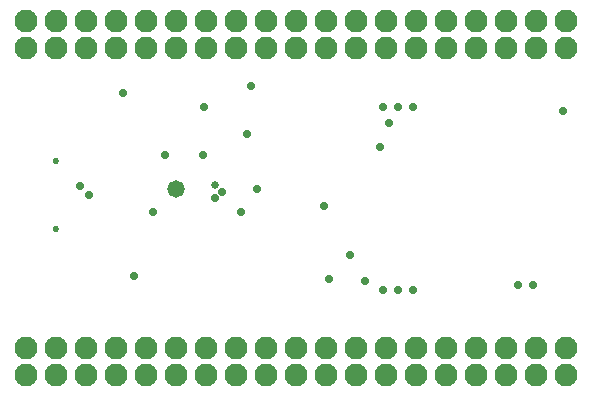
<source format=gbs>
%FSTAX23Y23*%
%MOIN*%
%SFA1B1*%

%IPPOS*%
%ADD54C,0.020800*%
%ADD55C,0.076900*%
%ADD56C,0.025680*%
%ADD57C,0.027690*%
%ADD58C,0.058000*%
%LNesp32-hwe-1*%
%LPD*%
G54D54*
X002Y00496D03*
Y00724D03*
G54D55*
X001Y001D03*
X002D03*
X003D03*
X004D03*
X005D03*
X006D03*
X007D03*
X008D03*
X009D03*
X01D03*
X011D03*
X012D03*
X013D03*
X014D03*
X015D03*
X016D03*
X017D03*
X018D03*
X019D03*
X001Y0001D03*
X002D03*
X003D03*
X004D03*
X005D03*
X006D03*
X007D03*
X008D03*
X009D03*
X01D03*
X011D03*
X012D03*
X013D03*
X014D03*
X015D03*
X016D03*
X017D03*
X018D03*
X019D03*
X001Y0119D03*
X002D03*
X003D03*
X004D03*
X005D03*
X006D03*
X007D03*
X008D03*
X009D03*
X01D03*
X011D03*
X012D03*
X013D03*
X014D03*
X015D03*
X016D03*
X017D03*
X018D03*
X019D03*
X001Y011D03*
X002D03*
X003D03*
X004D03*
X005D03*
X006D03*
X007D03*
X008D03*
X009D03*
X01D03*
X011D03*
X012D03*
X013D03*
X014D03*
X015D03*
X016D03*
X017D03*
X018D03*
X019D03*
G54D56*
X00731Y00642D03*
G54D57*
X00755Y0062D03*
X0073Y006D03*
X0129Y00295D03*
X0131Y0085D03*
X0046Y0034D03*
X0111Y0033D03*
X0128Y0077D03*
X0087Y0063D03*
X0174Y0031D03*
X0179D03*
X00691Y00743D03*
X00693Y00904D03*
X00817Y00554D03*
X00526Y00555D03*
X0129Y00904D03*
X0134Y00905D03*
X0139Y00904D03*
X0118Y0041D03*
X0123Y00325D03*
X00837Y00812D03*
X0189Y0089D03*
X01095Y00575D03*
X00565Y00745D03*
X0085Y00975D03*
X00425Y0095D03*
X0031Y0061D03*
X0028Y00639D03*
X0134Y00295D03*
X0139D03*
G54D58*
X00602Y00629D03*
M02*
</source>
